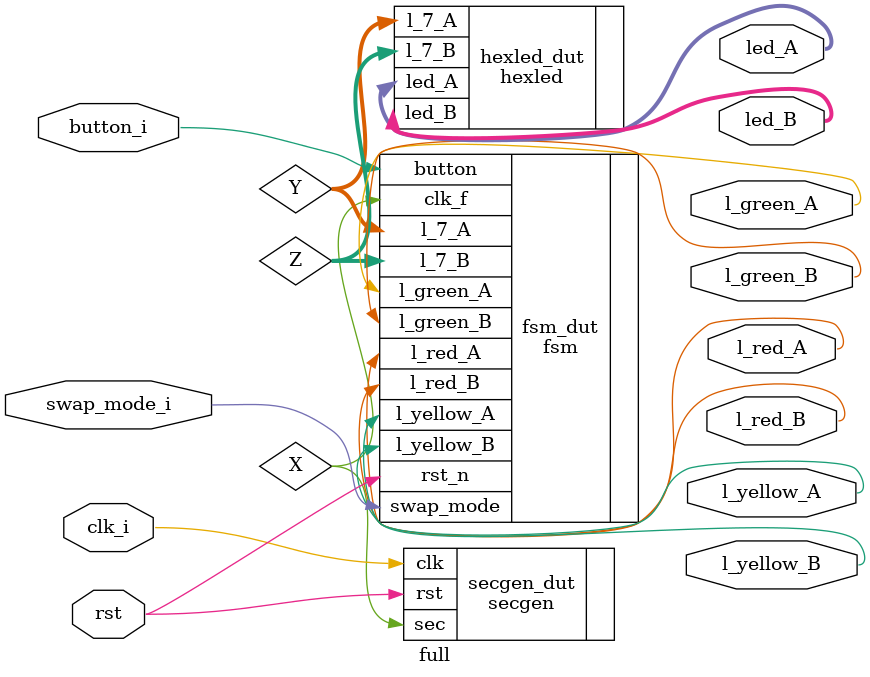
<source format=sv>
module full (
    input logic clk_i,
    input logic rst,
    input logic swap_mode_i,
    input logic button_i,
    output logic l_red_A,
    output logic l_yellow_A,
    output logic l_green_A,
    output logic l_red_B,
    output logic l_yellow_B,
    output logic l_green_B,
    output logic [6:0] led_A,
    output logic [6:0] led_B
);
logic X;
logic [3:0] Y;
logic [3:0] Z;
secgen secgen_dut(
    .clk(clk_i),
    .rst(rst),
    .sec(X)
);
fsm fsm_dut (
    .clk_f(X),
    .swap_mode(swap_mode_i),
    .button(button_i),
    .rst_n(rst),
    .l_red_A(l_red_A),
    .l_green_A(l_green_A),
    .l_yellow_A(l_yellow_A),
    .l_red_B(l_red_B),
    .l_yellow_B(l_yellow_B),
    .l_green_B(l_green_B),
    .l_7_A(Y),
    .l_7_B(Z)
);
hexled hexled_dut (
    .l_7_A(Y),
    .l_7_B(Z),
    .led_A(led_A),
    .led_B(led_B)
);  
endmodule 
</source>
